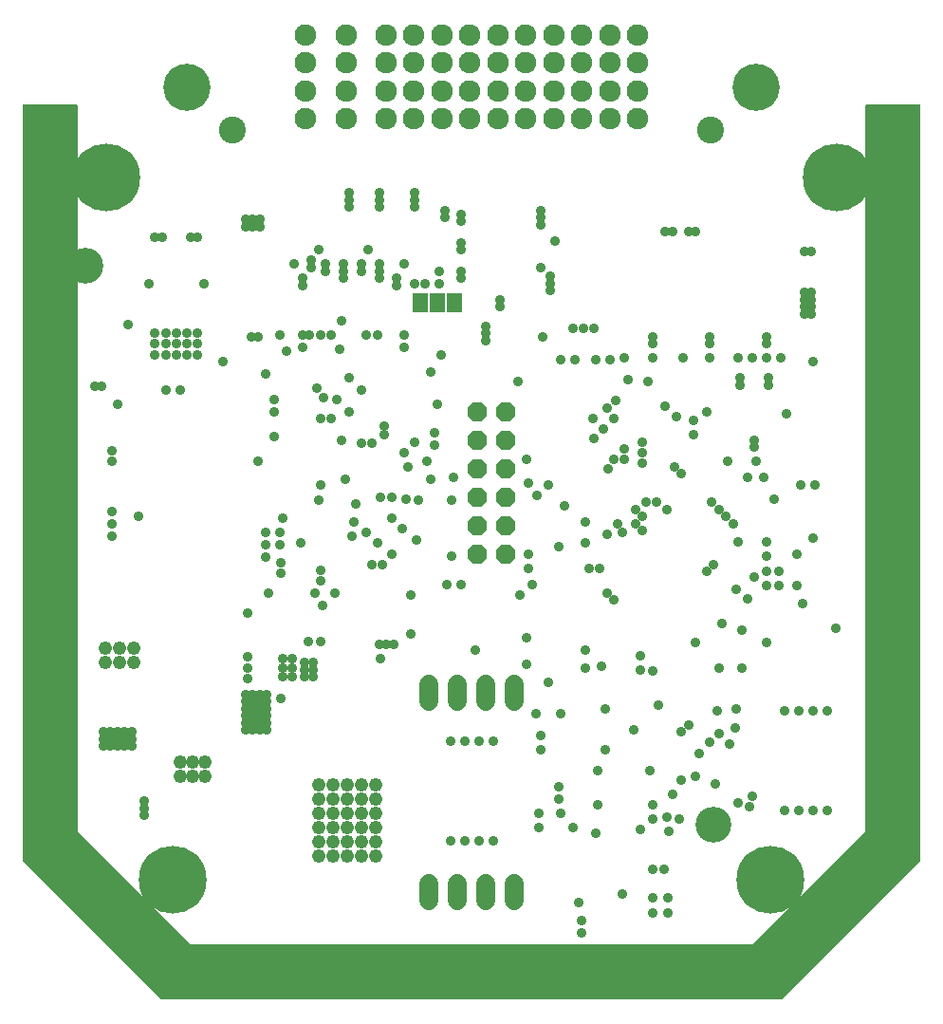
<source format=gbr>
G04 EAGLE Gerber RS-274X export*
G75*
%MOMM*%
%FSLAX34Y34*%
%LPD*%
%INSoldermask Bottom*%
%IPPOS*%
%AMOC8*
5,1,8,0,0,1.08239X$1,22.5*%
G01*
%ADD10C,3.203200*%
%ADD11R,1.371600X1.803400*%
%ADD12P,1.869504X8X292.500000*%
%ADD13C,1.928200*%
%ADD14C,2.403200*%
%ADD15C,4.203200*%
%ADD16C,1.727200*%
%ADD17C,0.914400*%
%ADD18C,6.045200*%
%ADD19C,1.209600*%

G36*
X676365Y-747D02*
X676365Y-747D01*
X676456Y-739D01*
X676486Y-727D01*
X676518Y-722D01*
X676598Y-679D01*
X676682Y-643D01*
X676714Y-617D01*
X676735Y-606D01*
X676757Y-583D01*
X676813Y-538D01*
X800638Y123287D01*
X800691Y123361D01*
X800751Y123430D01*
X800763Y123460D01*
X800782Y123486D01*
X800809Y123573D01*
X800843Y123658D01*
X800847Y123699D01*
X800854Y123722D01*
X800853Y123754D01*
X800861Y123825D01*
X800861Y796925D01*
X800858Y796945D01*
X800860Y796964D01*
X800838Y797066D01*
X800822Y797168D01*
X800812Y797185D01*
X800808Y797205D01*
X800755Y797294D01*
X800706Y797385D01*
X800692Y797399D01*
X800682Y797416D01*
X800603Y797483D01*
X800528Y797555D01*
X800510Y797563D01*
X800495Y797576D01*
X800399Y797615D01*
X800305Y797658D01*
X800285Y797660D01*
X800267Y797668D01*
X800100Y797686D01*
X752475Y797686D01*
X752455Y797683D01*
X752436Y797685D01*
X752334Y797663D01*
X752232Y797647D01*
X752215Y797637D01*
X752195Y797633D01*
X752106Y797580D01*
X752015Y797531D01*
X752001Y797517D01*
X751984Y797507D01*
X751917Y797428D01*
X751846Y797353D01*
X751837Y797335D01*
X751824Y797320D01*
X751785Y797224D01*
X751742Y797130D01*
X751740Y797110D01*
X751732Y797092D01*
X751714Y796925D01*
X751714Y149540D01*
X650560Y48386D01*
X149540Y48386D01*
X48386Y149540D01*
X48386Y796925D01*
X48383Y796945D01*
X48385Y796964D01*
X48363Y797066D01*
X48347Y797168D01*
X48337Y797185D01*
X48333Y797205D01*
X48280Y797294D01*
X48231Y797385D01*
X48217Y797399D01*
X48207Y797416D01*
X48128Y797483D01*
X48053Y797555D01*
X48035Y797563D01*
X48020Y797576D01*
X47924Y797615D01*
X47830Y797658D01*
X47810Y797660D01*
X47792Y797668D01*
X47625Y797686D01*
X0Y797686D01*
X-20Y797683D01*
X-39Y797685D01*
X-141Y797663D01*
X-243Y797647D01*
X-260Y797637D01*
X-280Y797633D01*
X-369Y797580D01*
X-460Y797531D01*
X-474Y797517D01*
X-491Y797507D01*
X-558Y797428D01*
X-630Y797353D01*
X-638Y797335D01*
X-651Y797320D01*
X-690Y797224D01*
X-733Y797130D01*
X-735Y797110D01*
X-743Y797092D01*
X-761Y796925D01*
X-761Y123825D01*
X-747Y123735D01*
X-739Y123644D01*
X-727Y123614D01*
X-722Y123582D01*
X-679Y123502D01*
X-643Y123418D01*
X-617Y123386D01*
X-606Y123365D01*
X-583Y123343D01*
X-538Y123287D01*
X123287Y-538D01*
X123361Y-591D01*
X123430Y-651D01*
X123460Y-663D01*
X123486Y-682D01*
X123573Y-709D01*
X123658Y-743D01*
X123699Y-747D01*
X123722Y-754D01*
X123754Y-753D01*
X123825Y-761D01*
X676275Y-761D01*
X676365Y-747D01*
G37*
D10*
X55000Y654000D03*
X616000Y155000D03*
D11*
X354648Y620713D03*
X369888Y620713D03*
X385128Y620713D03*
D12*
X430213Y523875D03*
X404813Y523875D03*
X430213Y498475D03*
X404813Y498475D03*
X430213Y473075D03*
X404813Y473075D03*
X430213Y447675D03*
X404813Y447675D03*
X430213Y422275D03*
X404813Y422275D03*
X430213Y396875D03*
X404813Y396875D03*
D13*
X251500Y785000D03*
X251500Y810000D03*
X251500Y835000D03*
X251500Y860000D03*
X288500Y785000D03*
X288500Y810000D03*
X288500Y835000D03*
X288500Y860000D03*
X323500Y785000D03*
X323500Y810000D03*
X323500Y835000D03*
X323500Y860000D03*
X348500Y785000D03*
X348500Y810000D03*
X348500Y835000D03*
X348500Y860000D03*
X373500Y785000D03*
X373500Y810000D03*
X373500Y835000D03*
X373500Y860000D03*
X398500Y785000D03*
X398500Y810000D03*
X398500Y835000D03*
X398500Y860000D03*
X423500Y785000D03*
X423500Y810000D03*
X423500Y835000D03*
X423500Y860000D03*
X448500Y785000D03*
X448500Y810000D03*
X448500Y835000D03*
X448500Y860000D03*
X473500Y785000D03*
X473500Y810000D03*
X473500Y835000D03*
X473500Y860000D03*
X498500Y785000D03*
X498500Y810000D03*
X498500Y835000D03*
X498500Y860000D03*
X523500Y785000D03*
X523500Y810000D03*
X523500Y835000D03*
X523500Y860000D03*
X548500Y785000D03*
X548500Y810000D03*
X548500Y835000D03*
X548500Y860000D03*
D14*
X187000Y775000D03*
X613000Y775000D03*
D15*
X146000Y813500D03*
X654000Y813500D03*
D16*
X361950Y280670D02*
X361950Y265430D01*
X387350Y265430D02*
X387350Y280670D01*
X412750Y280670D02*
X412750Y265430D01*
X438150Y265430D02*
X438150Y280670D01*
X361950Y102870D02*
X361950Y87630D01*
X387350Y87630D02*
X387350Y102870D01*
X412750Y102870D02*
X412750Y87630D01*
X438150Y87630D02*
X438150Y102870D01*
D17*
X290513Y554038D03*
X306388Y592138D03*
X349250Y496888D03*
X247650Y406400D03*
X323850Y315913D03*
X249238Y581025D03*
X339725Y581025D03*
X223838Y534988D03*
X215900Y404813D03*
X200025Y295275D03*
X200025Y285750D03*
X200025Y304800D03*
X231775Y428625D03*
X412750Y587375D03*
X317500Y642938D03*
X285750Y642938D03*
X285750Y649288D03*
X317500Y649288D03*
X349250Y638175D03*
X285750Y655638D03*
X317500Y655638D03*
X412750Y593725D03*
X412750Y600075D03*
X223838Y523875D03*
X320675Y387350D03*
X704850Y168275D03*
X449263Y481013D03*
X508000Y517525D03*
X693738Y458788D03*
X550863Y293688D03*
X450850Y396875D03*
X458788Y449263D03*
X482600Y439738D03*
X663575Y395288D03*
X638175Y407988D03*
X641350Y295275D03*
X561975Y590550D03*
X612775Y584200D03*
X612775Y590550D03*
X663575Y584200D03*
X663575Y590550D03*
X652463Y498475D03*
X561975Y571500D03*
X654050Y479425D03*
X598488Y515938D03*
X582613Y519113D03*
X612775Y571500D03*
X703263Y666750D03*
X696913Y666750D03*
X652463Y492125D03*
X509588Y500063D03*
X527050Y517525D03*
X527050Y481013D03*
X636541Y365172D03*
X663575Y571500D03*
X219075Y361950D03*
X290513Y706438D03*
X290513Y712788D03*
X290513Y719138D03*
X317500Y719138D03*
X317500Y712788D03*
X317500Y706438D03*
X349250Y706438D03*
X349250Y712788D03*
X349250Y719138D03*
X376238Y703263D03*
X376238Y696913D03*
X652463Y376238D03*
D18*
X74000Y733000D03*
X726000Y733000D03*
X667000Y106000D03*
X133000Y106000D03*
D19*
X15875Y781050D03*
X34925Y781050D03*
X34925Y762000D03*
X15875Y762000D03*
X15875Y742950D03*
X34925Y742950D03*
X34925Y723900D03*
X15875Y723900D03*
X15875Y704850D03*
X34925Y704850D03*
X34925Y685800D03*
X15875Y685800D03*
X15875Y666750D03*
X34925Y666750D03*
X31750Y647700D03*
X15875Y647700D03*
X15875Y628650D03*
X34925Y628650D03*
X34925Y609600D03*
X15875Y609600D03*
X15875Y590550D03*
X34925Y590550D03*
X34925Y571500D03*
X15875Y571500D03*
X15875Y552450D03*
X34925Y552450D03*
X34925Y533400D03*
X15875Y533400D03*
X15875Y514350D03*
X34925Y514350D03*
X34925Y495300D03*
X15875Y495300D03*
X15875Y476250D03*
X34925Y476250D03*
X34925Y457200D03*
X15875Y457200D03*
X15875Y438150D03*
X34925Y438150D03*
X34925Y419100D03*
X15875Y419100D03*
X15875Y400050D03*
X34925Y400050D03*
X34925Y381000D03*
X15875Y381000D03*
X15875Y361950D03*
X34925Y361950D03*
X34925Y342900D03*
X15875Y342900D03*
X15875Y323850D03*
X34925Y323850D03*
X34925Y304800D03*
X15875Y304800D03*
X15875Y285750D03*
X34925Y285750D03*
X34925Y266700D03*
X15875Y266700D03*
X15875Y247650D03*
X34925Y247650D03*
X34925Y228600D03*
X15875Y228600D03*
X15875Y209550D03*
X34925Y209550D03*
X34925Y190500D03*
X15875Y190500D03*
X765175Y781050D03*
X784225Y762000D03*
X765175Y762000D03*
X765175Y742950D03*
X784225Y742950D03*
X784225Y723900D03*
X765175Y723900D03*
X765175Y704850D03*
X784225Y704850D03*
X784225Y685800D03*
X765175Y685800D03*
X765175Y666750D03*
X784225Y666750D03*
X784225Y647700D03*
X765175Y647700D03*
X765175Y628650D03*
X784225Y628650D03*
X784225Y609600D03*
X765175Y609600D03*
X765175Y590550D03*
X784225Y590550D03*
X784225Y571500D03*
X765175Y571500D03*
X765175Y552450D03*
X784225Y552450D03*
X784225Y533400D03*
X765175Y533400D03*
X765175Y514350D03*
X784225Y514350D03*
X784225Y495300D03*
X765175Y495300D03*
X765175Y476250D03*
X784225Y476250D03*
X784225Y457200D03*
X765175Y457200D03*
X765175Y438150D03*
X784225Y438150D03*
X784225Y419100D03*
X765175Y419100D03*
X765175Y400050D03*
X784225Y400050D03*
X784225Y381000D03*
X765175Y381000D03*
X765175Y361950D03*
X784225Y361950D03*
X784225Y342900D03*
X765175Y342900D03*
X765175Y323850D03*
X784225Y323850D03*
X784225Y304800D03*
X765175Y304800D03*
X765175Y285750D03*
X784225Y285750D03*
X784225Y266700D03*
X765175Y266700D03*
X765175Y247650D03*
X784225Y247650D03*
X784225Y228600D03*
X765175Y228600D03*
X765175Y209550D03*
X784225Y209550D03*
X784225Y190500D03*
X765175Y190500D03*
X152400Y34925D03*
X152400Y15875D03*
X171450Y15875D03*
X171450Y34925D03*
X190500Y34925D03*
X190500Y15875D03*
X209550Y15875D03*
X209550Y34925D03*
X228600Y34925D03*
X228600Y15875D03*
X247650Y15875D03*
X247650Y34925D03*
X266700Y34925D03*
X266700Y15875D03*
X285750Y15875D03*
X285750Y34925D03*
X304800Y34925D03*
X304800Y15875D03*
X323850Y15875D03*
X323850Y34925D03*
X342900Y34925D03*
X342900Y15875D03*
X361950Y15875D03*
X361950Y34925D03*
X381000Y34925D03*
X381000Y15875D03*
X400050Y15875D03*
X400050Y34925D03*
X419100Y34925D03*
X419100Y15875D03*
X438150Y15875D03*
X438150Y34925D03*
X457200Y34925D03*
X457200Y15875D03*
X476250Y15875D03*
X476250Y34925D03*
X495300Y34925D03*
X495300Y15875D03*
X514350Y15875D03*
X514350Y34925D03*
X533400Y34925D03*
X533400Y15875D03*
X552450Y15875D03*
X552450Y34925D03*
X571500Y34925D03*
X571500Y15875D03*
X590550Y15875D03*
X590550Y34925D03*
X609600Y34925D03*
X609600Y15875D03*
X628650Y15875D03*
X628650Y34925D03*
X647700Y34925D03*
X647700Y15875D03*
X15875Y171450D03*
X34925Y171450D03*
X34925Y152400D03*
X15875Y152400D03*
X765175Y171450D03*
X784225Y171450D03*
X784225Y152400D03*
X765175Y152400D03*
X44450Y133350D03*
X57150Y120650D03*
X69850Y107950D03*
X82550Y95250D03*
X95250Y82550D03*
X107950Y69850D03*
X120650Y57150D03*
X136525Y44450D03*
X666750Y44450D03*
X679450Y57150D03*
X692150Y69850D03*
X704850Y82550D03*
X717550Y95250D03*
X730250Y107950D03*
X742950Y120650D03*
X755650Y136525D03*
X679450Y31750D03*
X692150Y44450D03*
X704850Y57150D03*
X717550Y69850D03*
X730250Y82550D03*
X742950Y95250D03*
X755650Y107950D03*
X768350Y123825D03*
X781050Y136525D03*
X666750Y19050D03*
X31750Y120650D03*
X44450Y107950D03*
X57150Y95250D03*
X69850Y82550D03*
X82550Y69850D03*
X95250Y57150D03*
X107950Y44450D03*
X123825Y31750D03*
X136525Y19050D03*
X19050Y133350D03*
D17*
X588963Y571500D03*
X628650Y479425D03*
X638175Y571500D03*
X536575Y571500D03*
D19*
X784225Y781050D03*
D17*
X461963Y703263D03*
X461963Y696913D03*
X461963Y690563D03*
X469900Y644525D03*
X469900Y631825D03*
X469900Y638175D03*
X406400Y141288D03*
X366713Y493713D03*
X501650Y311150D03*
X515938Y296863D03*
X457200Y254000D03*
X519113Y258763D03*
X479425Y254000D03*
X501650Y295275D03*
X461963Y234950D03*
X612775Y228600D03*
X477838Y188913D03*
X477838Y177800D03*
X479425Y165100D03*
X561975Y173038D03*
X511175Y147638D03*
X576263Y149225D03*
X600075Y198438D03*
X544513Y239713D03*
X460375Y152400D03*
X249238Y592138D03*
X255588Y592138D03*
X257175Y658813D03*
X257175Y652463D03*
X561975Y584200D03*
X619125Y257175D03*
X635000Y241300D03*
X681038Y522288D03*
X704850Y568325D03*
X369888Y530225D03*
X449263Y298450D03*
X230188Y388938D03*
X512763Y203200D03*
X317500Y315913D03*
X330200Y315913D03*
X566738Y261938D03*
X519113Y222250D03*
X500063Y598488D03*
X215900Y415925D03*
X342900Y474663D03*
X319088Y447675D03*
X346075Y360363D03*
X390525Y369888D03*
X346075Y325438D03*
X403225Y311150D03*
X263525Y444500D03*
X360363Y479425D03*
X382588Y444500D03*
X509588Y598488D03*
X511175Y569913D03*
X492125Y569913D03*
X479425Y569913D03*
X523875Y569913D03*
X561975Y292100D03*
D19*
X263525Y127000D03*
X276225Y127000D03*
X288925Y127000D03*
X301625Y127000D03*
X314325Y127000D03*
X263525Y139700D03*
X263525Y152400D03*
X263525Y165100D03*
X263525Y177800D03*
X263525Y190500D03*
X276225Y139700D03*
X276225Y152400D03*
X276225Y165100D03*
X276225Y177800D03*
X276225Y190500D03*
X288925Y190500D03*
X288925Y177800D03*
X288925Y165100D03*
X288925Y152400D03*
X288925Y139700D03*
X301625Y139700D03*
X301625Y152400D03*
X301625Y165100D03*
X301625Y177800D03*
X301625Y190500D03*
X314325Y190500D03*
X314325Y177800D03*
X314325Y165100D03*
X314325Y152400D03*
X314325Y139700D03*
D17*
X117475Y593725D03*
X127000Y593725D03*
X117475Y584200D03*
X117475Y574675D03*
X127000Y574675D03*
X127000Y584200D03*
X136525Y593725D03*
X146050Y593725D03*
X155575Y593725D03*
X155575Y584200D03*
X146050Y584200D03*
X146050Y574675D03*
X155575Y574675D03*
X136525Y584200D03*
X136525Y574675D03*
X123825Y679450D03*
X117475Y679450D03*
X149225Y679450D03*
X155575Y679450D03*
X93663Y601663D03*
X319088Y303213D03*
D19*
X98425Y300038D03*
X98425Y312738D03*
X85725Y300038D03*
X73025Y300038D03*
X85725Y312738D03*
X73025Y312738D03*
X161925Y198438D03*
X161925Y211138D03*
X150813Y198438D03*
X139700Y198438D03*
X150813Y211138D03*
X139700Y211138D03*
D17*
X230188Y268288D03*
X111919Y638175D03*
X84138Y530225D03*
X177800Y568325D03*
X161131Y638175D03*
X561524Y89989D03*
X561524Y76519D03*
X574994Y76519D03*
X574994Y89989D03*
X495300Y85725D03*
X498475Y69850D03*
X498475Y58738D03*
X203200Y590550D03*
X209550Y590550D03*
X63500Y546100D03*
X69850Y546100D03*
X209550Y479425D03*
X322263Y511175D03*
X265113Y517525D03*
X322263Y503238D03*
X354013Y623888D03*
X311150Y387350D03*
X266700Y350838D03*
X703263Y623888D03*
X696913Y630238D03*
X696913Y611188D03*
X703263Y611188D03*
X696913Y623888D03*
X703263Y630238D03*
X223838Y501650D03*
X393700Y141288D03*
X107950Y163513D03*
X107950Y176213D03*
X107950Y169863D03*
X603250Y219075D03*
X620713Y236538D03*
X579438Y182563D03*
X354013Y617538D03*
X703263Y617538D03*
X696913Y617538D03*
X230188Y379413D03*
X558800Y203200D03*
X512763Y173038D03*
X461963Y222250D03*
X328613Y447675D03*
X377825Y369888D03*
X328613Y428625D03*
X338138Y419100D03*
X306388Y415925D03*
X315913Y406400D03*
X328613Y396875D03*
X350838Y409575D03*
X296863Y441325D03*
X490538Y598488D03*
X449263Y322263D03*
X198438Y271463D03*
X204788Y271463D03*
X211138Y271463D03*
X211138Y265113D03*
X204788Y265113D03*
X198438Y265113D03*
X198438Y258763D03*
X204788Y258763D03*
X211138Y258763D03*
X211138Y252413D03*
X211138Y246063D03*
X204788Y246063D03*
X204788Y252413D03*
X198438Y252413D03*
X198438Y246063D03*
X211138Y239713D03*
X204788Y239713D03*
X198438Y239713D03*
X690563Y396875D03*
X690563Y368300D03*
X217488Y239713D03*
X217488Y246063D03*
X217488Y252413D03*
X217488Y258763D03*
X217488Y265113D03*
X217488Y271463D03*
X585788Y160338D03*
X692150Y168275D03*
X647700Y171450D03*
X282575Y579438D03*
X277813Y361950D03*
X366713Y504825D03*
X279400Y534988D03*
X265113Y592138D03*
X274638Y592138D03*
X261938Y544513D03*
X234950Y577850D03*
X352425Y444500D03*
X284163Y498475D03*
X215900Y557213D03*
X274638Y517525D03*
X249238Y642938D03*
X249238Y636588D03*
X268288Y536575D03*
X290513Y523875D03*
X311150Y495300D03*
X287338Y463550D03*
X339725Y487363D03*
X293688Y412750D03*
X301625Y495300D03*
X341313Y446088D03*
X301625Y542925D03*
X228600Y404813D03*
X265113Y382588D03*
X228600Y415925D03*
X265113Y458788D03*
X215900Y393700D03*
X265113Y373063D03*
X638175Y174625D03*
X571500Y115888D03*
X650875Y180975D03*
X561975Y115888D03*
X593725Y244475D03*
X674688Y368300D03*
X574675Y161925D03*
X460375Y165100D03*
X419100Y141288D03*
X241300Y655638D03*
X520700Y414338D03*
X284163Y604838D03*
X534988Y415925D03*
X269875Y655638D03*
X269875Y649288D03*
X371475Y638175D03*
X425450Y623888D03*
X425450Y617538D03*
X665163Y554038D03*
X665163Y547688D03*
X600075Y684213D03*
X593725Y684213D03*
X454025Y369888D03*
X565150Y442913D03*
X442913Y360363D03*
X574675Y436563D03*
X373063Y574675D03*
X546100Y423863D03*
X441325Y550863D03*
X546100Y436563D03*
X363538Y558800D03*
X552450Y430213D03*
X315913Y592138D03*
X530225Y423863D03*
X339725Y592138D03*
X552450Y417513D03*
X301625Y655638D03*
X301625Y649288D03*
X333375Y642938D03*
X333375Y636588D03*
X557213Y550863D03*
X587375Y238125D03*
X663575Y368300D03*
X358775Y638175D03*
X463550Y590550D03*
X536575Y490538D03*
X461963Y652463D03*
X536575Y481013D03*
X490538Y152400D03*
X717550Y168275D03*
X250825Y293688D03*
X258763Y300038D03*
X250825Y287338D03*
X258763Y287338D03*
X387350Y623888D03*
X250825Y300038D03*
X390525Y668338D03*
X390525Y674688D03*
X390525Y693738D03*
X390525Y700088D03*
X258763Y293688D03*
X387350Y617538D03*
X390525Y649288D03*
X390525Y642938D03*
X474663Y676275D03*
X198438Y695325D03*
X204788Y695325D03*
X211138Y695325D03*
X211138Y688975D03*
X204788Y688975D03*
X198438Y688975D03*
X239713Y287338D03*
X239713Y295275D03*
X239713Y303213D03*
X231775Y295275D03*
X231775Y287338D03*
X231775Y303213D03*
X260350Y361950D03*
X77788Y238125D03*
X77788Y225425D03*
X477838Y403225D03*
X620713Y295275D03*
X706438Y458788D03*
X609600Y523875D03*
X669925Y446088D03*
X573088Y528638D03*
X522288Y473075D03*
X517525Y508000D03*
X468313Y458788D03*
X550863Y306388D03*
X663575Y317500D03*
X663575Y407988D03*
X539750Y552450D03*
X450850Y384175D03*
X646113Y357188D03*
X71438Y225425D03*
X77788Y231775D03*
X71438Y238125D03*
X71438Y231775D03*
X84138Y225425D03*
X84138Y231775D03*
X84138Y238125D03*
X90488Y225425D03*
X90488Y231775D03*
X90488Y238125D03*
X96838Y238125D03*
X96838Y231775D03*
X96838Y225425D03*
X725488Y330200D03*
X704850Y411163D03*
X501650Y425450D03*
X501650Y406400D03*
X695325Y352425D03*
X598488Y503238D03*
X450850Y460375D03*
X534988Y93663D03*
X468313Y282575D03*
X504825Y384175D03*
X623888Y334963D03*
X639763Y554038D03*
X639763Y547688D03*
X579438Y684213D03*
X573088Y684213D03*
X650875Y571500D03*
X646113Y465138D03*
X676275Y571500D03*
X660400Y465138D03*
X307975Y668338D03*
X552450Y477838D03*
X263525Y668338D03*
X555625Y442913D03*
X630238Y227013D03*
X587375Y195263D03*
X561975Y160338D03*
X382588Y395288D03*
X384175Y465138D03*
X550863Y150813D03*
X617538Y192088D03*
X228600Y592138D03*
X636588Y258763D03*
X514350Y384175D03*
X674688Y381000D03*
X528638Y533400D03*
X600075Y317500D03*
X587375Y468313D03*
X641350Y328613D03*
X581025Y474663D03*
X663575Y381000D03*
X520700Y527050D03*
X363538Y463550D03*
X295275Y425450D03*
X520700Y361950D03*
X139700Y542925D03*
X527050Y355600D03*
X127000Y542925D03*
X381000Y141288D03*
X381000Y230188D03*
X393700Y230188D03*
X406400Y230188D03*
X419100Y230188D03*
X679450Y168275D03*
X692150Y257175D03*
X679450Y257175D03*
X704850Y257175D03*
X717550Y257175D03*
X552450Y487363D03*
X339725Y655638D03*
X552450Y496888D03*
X371475Y649288D03*
X620713Y436563D03*
X103188Y430213D03*
X627063Y430213D03*
X79375Y423863D03*
X633413Y423863D03*
X79375Y412750D03*
X615950Y387350D03*
X79375Y488950D03*
X265113Y319088D03*
X609600Y381000D03*
X79375Y479425D03*
X254000Y319088D03*
X614363Y442913D03*
X79375Y434975D03*
X200025Y344488D03*
M02*

</source>
